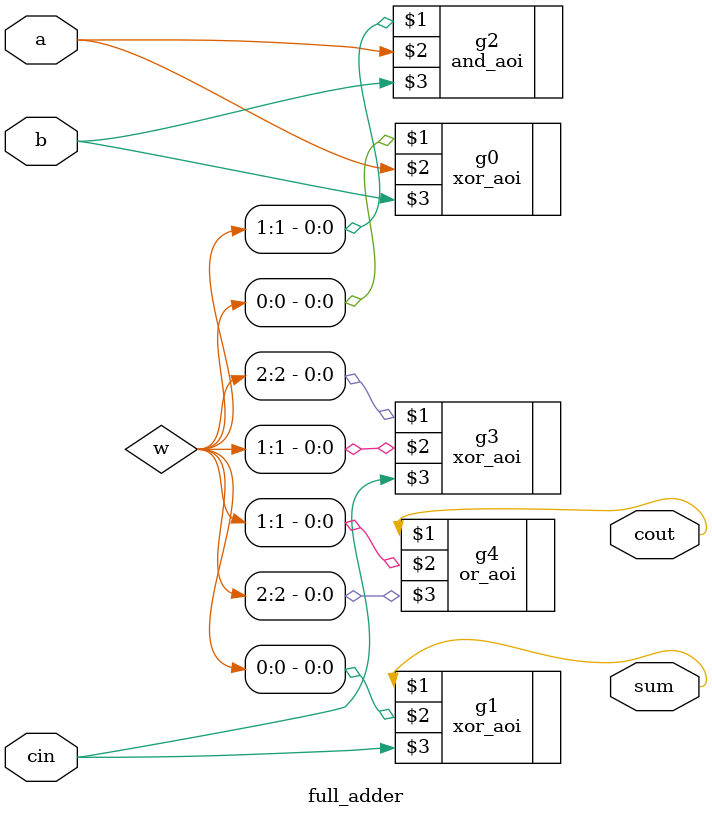
<source format=v>
module full_adder (
    output sum, cout,
    input a, b, cin
);

    wire [2:0] w;
    xor_aoi g0 (w[0], a, b);
    xor_aoi g1 (sum, w[0], cin);
    and_aoi g2 (w[1], a, b);
    xor_aoi g3 (w[2], w[1], cin);
    or_aoi g4 (cout, w[1], w[2]);

endmodule
</source>
